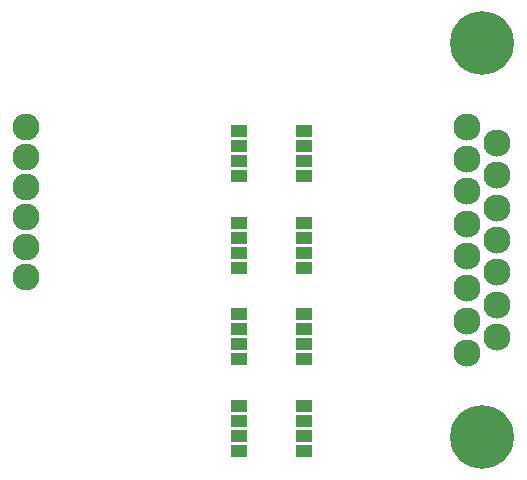
<source format=gbs>
G04 project-name*
%FSLAX35Y35*%
%MOMM*%
G04 x.ro(1)*
%LPD*%
%ADD10R,1.4X1*%
D10*
X-4791833Y18410833D02*
D03*

G04 x.N_re(2)*
%LPD*%
D10*
X-4791833Y18283833D02*
D03*

G04 x.de(3)*
%LPD*%
D10*
X-4791833Y18156833D02*
D03*

G04 x.di(4)*
%LPD*%
D10*
X-4791833Y18029833D02*
D03*

G04 x.vcc(8)*
%LPD*%
D10*
X-5341833Y18410833D02*
D03*

G04 x.B(7)*
%LPD*%
D10*
X-5341833Y18283833D02*
D03*

G04 x.A(6)*
%LPD*%
D10*
X-5341833Y18156833D02*
D03*

G04 x.gnd(5)*
%LPD*%
D10*
X-5341833Y18029833D02*
D03*

G04 y.ro(1)*
%LPD*%
D10*
X-4791833Y17636250D02*
D03*

G04 y.N_re(2)*
%LPD*%
D10*
X-4791833Y17509250D02*
D03*

G04 y.de(3)*
%LPD*%
D10*
X-4791833Y17382250D02*
D03*

G04 y.di(4)*
%LPD*%
D10*
X-4791833Y17255250D02*
D03*

G04 y.vcc(8)*
%LPD*%
D10*
X-5341833Y17636250D02*
D03*

G04 y.B(7)*
%LPD*%
D10*
X-5341833Y17509250D02*
D03*

G04 y.A(6)*
%LPD*%
D10*
X-5341833Y17382250D02*
D03*

G04 y.gnd(5)*
%LPD*%
D10*
X-5341833Y17255250D02*
D03*

G04 sync.ro(1)*
%LPD*%
D10*
X-4791833Y19185416D02*
D03*

G04 sync.N_re(2)*
%LPD*%
D10*
X-4791833Y19058416D02*
D03*

G04 sync.de(3)*
%LPD*%
D10*
X-4791833Y18931416D02*
D03*

G04 sync.di(4)*
%LPD*%
D10*
X-4791833Y18804416D02*
D03*

G04 sync.vcc(8)*
%LPD*%
D10*
X-5341833Y19185416D02*
D03*

G04 sync.B(7)*
%LPD*%
D10*
X-5341833Y19058416D02*
D03*

G04 sync.A(6)*
%LPD*%
D10*
X-5341833Y18931416D02*
D03*

G04 sync.gnd(5)*
%LPD*%
D10*
X-5341833Y18804416D02*
D03*

G04 clk.ro(1)*
%LPD*%
D10*
X-4791833Y19960000D02*
D03*

G04 clk.N_re(2)*
%LPD*%
D10*
X-4791833Y19833000D02*
D03*

G04 clk.de(3)*
%LPD*%
D10*
X-4791833Y19706000D02*
D03*

G04 clk.di(4)*
%LPD*%
D10*
X-4791833Y19579000D02*
D03*

G04 clk.vcc(8)*
%LPD*%
D10*
X-5341833Y19960000D02*
D03*

G04 clk.B(7)*
%LPD*%
D10*
X-5341833Y19833000D02*
D03*

G04 clk.A(6)*
%LPD*%
D10*
X-5341833Y19706000D02*
D03*

G04 clk.gnd(5)*
%LPD*%
D10*
X-5341833Y19579000D02*
D03*

G04 conn1.1(1)*
%LPD*%
%ADD11C,2.29*%
D11*
X-7144750Y20000000D02*
D03*

G04 conn1.2(2)*
%LPD*%
D11*
X-7144750Y19746000D02*
D03*

G04 conn1.3(3)*
%LPD*%
D11*
X-7144750Y19492000D02*
D03*

G04 conn1.4(4)*
%LPD*%
D11*
X-7144750Y19238000D02*
D03*

G04 conn1.5(5)*
%LPD*%
D11*
X-7144750Y18984000D02*
D03*

G04 conn1.6(6)*
%LPD*%
D11*
X-7144750Y18730000D02*
D03*

G04 c1.clk-(1)*
%LPD*%
%ADD12C,2.3*%
D12*
X-3408916Y20000000D02*
D03*

G04 c1.sync-(2)*
%LPD*%
D12*
X-3408916Y19725999D02*
D03*

G04 c1.x-(3)*
%LPD*%
D12*
X-3408916Y19452000D02*
D03*

G04 c1.y-(4)*
%LPD*%
D12*
X-3408916Y19177999D02*
D03*

G04 c1.y_stat-(5)*
%LPD*%
D12*
X-3408916Y18904000D02*
D03*

G04 c1.x_stat-(6)*
%LPD*%
D12*
X-3408916Y18629999D02*
D03*

G04 c1.nc(7)*
%LPD*%
D12*
X-3408916Y18356000D02*
D03*

G04 c1.nc(8)*
%LPD*%
D12*
X-3408916Y18081999D02*
D03*

G04 c1.clk+(9)*
%LPD*%
D12*
X-3154916Y19863000D02*
D03*

G04 c1.sync+(10)*
%LPD*%
D12*
X-3154916Y19588999D02*
D03*

G04 c1.x+(11)*
%LPD*%
D12*
X-3154916Y19315000D02*
D03*

G04 c1.y+(12)*
%LPD*%
D12*
X-3154916Y19040999D02*
D03*

G04 c1.y_stat+(13)*
%LPD*%
D12*
X-3154916Y18767000D02*
D03*

G04 c1.x_stat+(14)*
%LPD*%
D12*
X-3154916Y18493000D02*
D03*

G04 c1.nc(15)*
%LPD*%
D12*
X-3154916Y18219000D02*
D03*

G04 c1.S(S)*
%LPD*%
%ADD13C,5.4*%
D13*
X-3281916Y20707000D02*
D03*

G04 c1.S(S)*
%LPD*%
D13*
X-3281916Y17374999D02*
D03*

M02*
</source>
